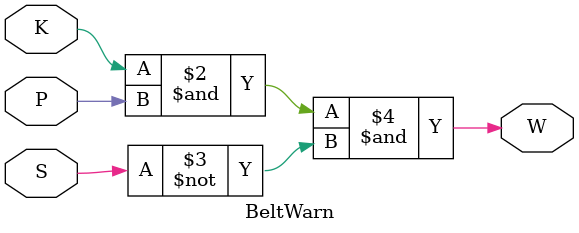
<source format=v>
`timescale 1ns / 1ps
module BeltWarn(K, P, S, W);

	input K, P, S;
	output W;
	reg W;
	
	always @(K,P,S)begin
		W <= K & P & ~S;
		end


endmodule

</source>
